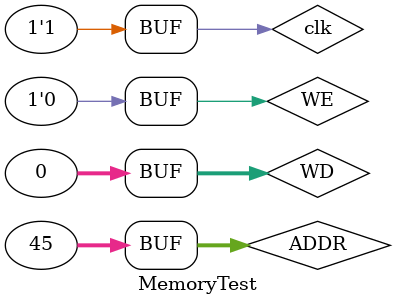
<source format=v>
`timescale 1ns / 1ps


module MemoryTest;

	// Inputs
	reg clk;
	reg WE;
	reg [31:0] ADDR;
	reg [31:0] WD;

	// Outputs
	wire [31:0] RD;

	// Instantiate the Unit Under Test (UUT)
	Memory uut (
		.clk(clk), 
		.WE(WE), 
		.ADDR(ADDR), 
		.WD(WD), 
		.RD(RD)
	);

	initial begin
		// Initialize Inputs
		clk = 0;
		WE = 0;
		ADDR = 0;
		WD = 0;

		// Wait 100 ns for global reset to finish
		#100;
        
		// Add stimulus here
		WE = 1;
		ADDR = 45;
		WD = 32'h56;
		#50;
		WE = 0;
		ADDR = 45;
		WD = 0;
	end
      
always begin
	#5; clk = 0;
	#5; clk = 1;
end

endmodule


</source>
